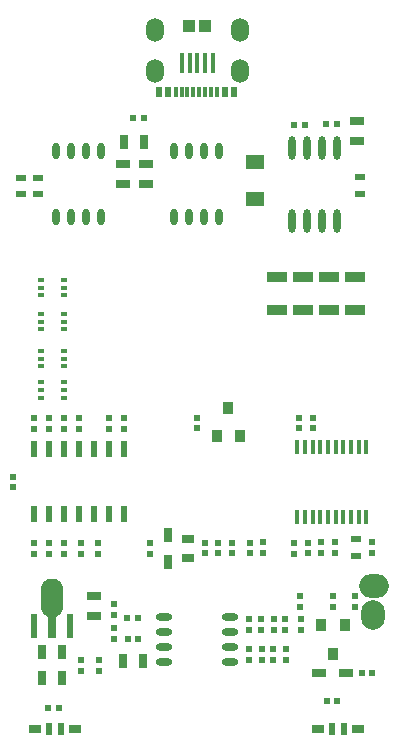
<source format=gtp>
%FSLAX25Y25*%
%MOIN*%
G70*
G01*
G75*
G04 Layer_Color=8421504*
%ADD10C,0.01181*%
%ADD11C,0.00787*%
%ADD12C,0.01969*%
%ADD13C,0.03937*%
%ADD14R,0.03937X0.02756*%
%ADD15R,0.03150X0.05118*%
%ADD16R,0.02362X0.01969*%
%ADD17R,0.01969X0.02362*%
%ADD18R,0.04921X0.02756*%
%ADD19R,0.06693X0.03543*%
%ADD20R,0.06299X0.04921*%
%ADD21R,0.01181X0.03347*%
%ADD22R,0.02362X0.03347*%
%ADD23R,0.01969X0.01575*%
%ADD24R,0.02362X0.05512*%
%ADD25R,0.03150X0.07874*%
%ADD26R,0.02362X0.07874*%
%ADD27O,0.07480X0.12992*%
%ADD28R,0.01575X0.04724*%
%ADD29R,0.03543X0.03937*%
%ADD30O,0.05906X0.07874*%
%ADD31R,0.05906X0.07874*%
%ADD32R,0.04331X0.03937*%
%ADD33R,0.01575X0.06693*%
%ADD34R,0.02756X0.04921*%
%ADD35R,0.03543X0.02362*%
%ADD36O,0.02362X0.07874*%
%ADD37O,0.02362X0.05512*%
%ADD38R,0.05118X0.03150*%
%ADD39R,0.03937X0.02756*%
%ADD40R,0.02362X0.03937*%
%ADD41R,0.01969X0.03937*%
%ADD42O,0.05512X0.02362*%
%ADD43O,0.07874X0.09843*%
%ADD44O,0.09843X0.07874*%
%ADD45C,0.03150*%
%ADD46C,0.07874*%
%ADD47C,0.10000*%
%ADD48C,0.05906*%
%ADD49R,0.15300X0.31300*%
%ADD50R,0.33921X0.10400*%
%ADD51R,0.02874X0.02068*%
%ADD52R,0.11321X0.16200*%
%ADD53R,0.02719X0.08050*%
%ADD54R,0.06858X0.03154*%
%ADD55R,0.16400X0.14144*%
%ADD56R,0.09300X0.06156*%
%ADD57C,0.02559*%
G04:AMPARAMS|DCode=58|XSize=39.37mil|YSize=82.68mil|CornerRadius=17.72mil|HoleSize=0mil|Usage=FLASHONLY|Rotation=180.000|XOffset=0mil|YOffset=0mil|HoleType=Round|Shape=RoundedRectangle|*
%AMROUNDEDRECTD58*
21,1,0.03937,0.04724,0,0,180.0*
21,1,0.00394,0.08268,0,0,180.0*
1,1,0.03543,-0.00197,0.02362*
1,1,0.03543,0.00197,0.02362*
1,1,0.03543,0.00197,-0.02362*
1,1,0.03543,-0.00197,-0.02362*
%
%ADD58ROUNDEDRECTD58*%
G04:AMPARAMS|DCode=59|XSize=39.37mil|YSize=62.99mil|CornerRadius=17.72mil|HoleSize=0mil|Usage=FLASHONLY|Rotation=180.000|XOffset=0mil|YOffset=0mil|HoleType=Round|Shape=RoundedRectangle|*
%AMROUNDEDRECTD59*
21,1,0.03937,0.02756,0,0,180.0*
21,1,0.00394,0.06299,0,0,180.0*
1,1,0.03543,-0.00197,0.01378*
1,1,0.03543,0.00197,0.01378*
1,1,0.03543,0.00197,-0.01378*
1,1,0.03543,-0.00197,-0.01378*
%
%ADD59ROUNDEDRECTD59*%
%ADD60C,0.11811*%
%ADD61C,0.02362*%
%ADD62C,0.11811*%
%ADD63R,0.65400X0.19300*%
%ADD64R,0.65700X0.19200*%
%ADD65R,0.23000X0.09900*%
%ADD66R,0.11700X0.10615*%
%ADD67C,0.00197*%
%ADD68C,0.00394*%
%ADD69C,0.01000*%
%ADD70C,0.00984*%
%ADD71C,0.02362*%
%ADD72C,0.00500*%
%ADD73C,0.00800*%
%ADD74C,0.00591*%
%ADD75C,0.00400*%
D14*
X-2737Y-43862D02*
D03*
X-2737Y-50161D02*
D03*
D15*
X-9449Y-42685D02*
D03*
X-9449Y-51701D02*
D03*
D16*
X-32300Y-84228D02*
D03*
Y-87772D02*
D03*
X18000Y-45128D02*
D03*
Y-48672D02*
D03*
X22300Y-45028D02*
D03*
Y-48572D02*
D03*
X200Y-7072D02*
D03*
Y-3528D02*
D03*
X-27600Y-73544D02*
D03*
Y-77087D02*
D03*
X46300Y-45028D02*
D03*
Y-48572D02*
D03*
X-38500Y-87772D02*
D03*
Y-84228D02*
D03*
X-27600Y-69172D02*
D03*
Y-65628D02*
D03*
X34878Y-74272D02*
D03*
Y-70728D02*
D03*
X58500Y-48572D02*
D03*
Y-45028D02*
D03*
X41647Y-45058D02*
D03*
Y-48601D02*
D03*
X37125Y-48672D02*
D03*
Y-45128D02*
D03*
X32600Y-45228D02*
D03*
Y-48772D02*
D03*
X11830Y-48665D02*
D03*
Y-45122D02*
D03*
X7106Y-48665D02*
D03*
Y-45122D02*
D03*
X2775D02*
D03*
Y-48665D02*
D03*
X-15335Y-45244D02*
D03*
Y-48787D02*
D03*
X-32800Y-45228D02*
D03*
Y-48772D02*
D03*
X-38400Y-45228D02*
D03*
Y-48772D02*
D03*
X-44003Y-48770D02*
D03*
Y-45227D02*
D03*
X-49023Y-48770D02*
D03*
Y-45227D02*
D03*
X-54042D02*
D03*
Y-48770D02*
D03*
X-61100Y-26672D02*
D03*
Y-23128D02*
D03*
X-54239Y-7108D02*
D03*
Y-3565D02*
D03*
X-49023Y-7108D02*
D03*
Y-3565D02*
D03*
X-44200D02*
D03*
Y-7108D02*
D03*
X-39180D02*
D03*
Y-3565D02*
D03*
X-29239D02*
D03*
Y-7108D02*
D03*
X-24219D02*
D03*
Y-3565D02*
D03*
X34100Y-3428D02*
D03*
Y-6972D02*
D03*
X38800Y-3428D02*
D03*
Y-6972D02*
D03*
X17688Y-80655D02*
D03*
Y-84199D02*
D03*
X21724Y-80655D02*
D03*
Y-84199D02*
D03*
X25661Y-80655D02*
D03*
Y-84199D02*
D03*
X29900Y-80728D02*
D03*
Y-84272D02*
D03*
X17688Y-74159D02*
D03*
Y-70616D02*
D03*
X21625Y-74159D02*
D03*
Y-70616D02*
D03*
X25858Y-74159D02*
D03*
Y-70616D02*
D03*
X29696Y-74159D02*
D03*
Y-70616D02*
D03*
X34700Y-66472D02*
D03*
Y-62928D02*
D03*
X45500Y-66472D02*
D03*
Y-62928D02*
D03*
X53000D02*
D03*
Y-66472D02*
D03*
D17*
X-19328Y-77200D02*
D03*
X-22872D02*
D03*
X-19528Y-70400D02*
D03*
X-23072D02*
D03*
X36172Y94100D02*
D03*
X32628D02*
D03*
X46872Y94300D02*
D03*
X43328D02*
D03*
X-21072Y96500D02*
D03*
X-17528D02*
D03*
X55128Y-88500D02*
D03*
X58672D02*
D03*
X-45928Y-100176D02*
D03*
X-49472D02*
D03*
X47003Y-97900D02*
D03*
X43460D02*
D03*
D18*
X-34200Y-62753D02*
D03*
Y-69446D02*
D03*
X-24606Y74410D02*
D03*
Y81102D02*
D03*
X53400Y95547D02*
D03*
Y88854D02*
D03*
X-16732Y74410D02*
D03*
Y81102D02*
D03*
D19*
X53031Y43303D02*
D03*
Y32280D02*
D03*
X44371Y43301D02*
D03*
Y32277D02*
D03*
X35712Y43279D02*
D03*
Y32255D02*
D03*
X27048Y43279D02*
D03*
Y32255D02*
D03*
D20*
X19400Y81899D02*
D03*
Y69301D02*
D03*
D21*
X984Y104964D02*
D03*
X-6890D02*
D03*
X-4921D02*
D03*
X-2953D02*
D03*
X-984D02*
D03*
X2953D02*
D03*
X4921D02*
D03*
X6890D02*
D03*
D22*
X12598D02*
D03*
X9449D02*
D03*
X-12598D02*
D03*
X-9449D02*
D03*
D23*
X-51703Y25941D02*
D03*
Y28500D02*
D03*
Y31059D02*
D03*
X-44223D02*
D03*
Y28500D02*
D03*
Y25941D02*
D03*
X-51703Y37341D02*
D03*
Y39900D02*
D03*
Y42459D02*
D03*
X-44223D02*
D03*
Y39900D02*
D03*
Y37341D02*
D03*
X-51703Y3141D02*
D03*
Y5700D02*
D03*
Y8259D02*
D03*
X-44223D02*
D03*
Y5700D02*
D03*
Y3141D02*
D03*
X-51703Y13641D02*
D03*
Y16200D02*
D03*
Y18759D02*
D03*
X-44223D02*
D03*
Y16200D02*
D03*
Y13641D02*
D03*
D24*
X-54121Y-35455D02*
D03*
X-49121D02*
D03*
X-44121D02*
D03*
X-39121D02*
D03*
X-34121D02*
D03*
X-29121D02*
D03*
X-24121D02*
D03*
X-29121Y-13998D02*
D03*
X-34121D02*
D03*
X-39121D02*
D03*
X-44121D02*
D03*
X-49121D02*
D03*
X-54121D02*
D03*
X-24121D02*
D03*
D25*
X-48100Y-72924D02*
D03*
D26*
X-42195D02*
D03*
X-54005D02*
D03*
D27*
X-48100Y-63476D02*
D03*
D28*
X33624Y-36712D02*
D03*
X36183D02*
D03*
X38742D02*
D03*
X41301D02*
D03*
X43860D02*
D03*
X46419D02*
D03*
X48978D02*
D03*
X51537D02*
D03*
X54096D02*
D03*
X56655D02*
D03*
Y-13090D02*
D03*
X54096D02*
D03*
X51537D02*
D03*
X48978D02*
D03*
X46419D02*
D03*
X43860D02*
D03*
X41301D02*
D03*
X38742D02*
D03*
X36183D02*
D03*
X33624D02*
D03*
D29*
X10700Y-176D02*
D03*
X14637Y-9624D02*
D03*
X6763D02*
D03*
X49437Y-72676D02*
D03*
X41563D02*
D03*
X45500Y-82124D02*
D03*
D30*
X-13873Y125867D02*
D03*
X14473Y112206D02*
D03*
Y125867D02*
D03*
X-13873Y112206D02*
D03*
D32*
X-2456Y127206D02*
D03*
X3056D02*
D03*
D33*
X-4818Y114607D02*
D03*
X-2259D02*
D03*
X300D02*
D03*
X2859D02*
D03*
X5418D02*
D03*
D34*
X-51346Y-90100D02*
D03*
X-44653D02*
D03*
X-44729Y-81700D02*
D03*
X-51422D02*
D03*
X-24016Y88583D02*
D03*
X-17323D02*
D03*
X-24446Y-84450D02*
D03*
X-17753D02*
D03*
D35*
X53100Y-44044D02*
D03*
Y-49556D02*
D03*
X54500Y76656D02*
D03*
Y71144D02*
D03*
X-52700Y76556D02*
D03*
Y71044D02*
D03*
X-58600D02*
D03*
Y76556D02*
D03*
D36*
X41870Y86567D02*
D03*
Y62157D02*
D03*
X31870D02*
D03*
X36870Y86567D02*
D03*
X46870D02*
D03*
X36870Y62157D02*
D03*
X46870D02*
D03*
X31870Y86567D02*
D03*
D37*
X-7500Y63339D02*
D03*
X-2500D02*
D03*
X-7500Y85386D02*
D03*
X7500Y63339D02*
D03*
Y85386D02*
D03*
X-2500D02*
D03*
X2500Y63339D02*
D03*
Y85386D02*
D03*
X-46870Y63339D02*
D03*
X-41870D02*
D03*
X-46870Y85386D02*
D03*
X-31870Y63339D02*
D03*
Y85386D02*
D03*
X-41870D02*
D03*
X-36870Y63339D02*
D03*
Y85386D02*
D03*
D38*
X50028Y-88600D02*
D03*
X41012D02*
D03*
D39*
X40507Y-107300D02*
D03*
X53893D02*
D03*
X-53937Y-107100D02*
D03*
X-40551D02*
D03*
D40*
X45232Y-107300D02*
D03*
X-49213Y-107100D02*
D03*
D41*
X49169Y-107300D02*
D03*
X-45276Y-107100D02*
D03*
D42*
X11389Y-79907D02*
D03*
X-10658Y-79907D02*
D03*
Y-69907D02*
D03*
X11389Y-74907D02*
D03*
Y-84907D02*
D03*
X-10658Y-74907D02*
D03*
Y-84907D02*
D03*
X11389Y-69907D02*
D03*
D43*
X59000Y-69400D02*
D03*
D44*
X59200Y-59739D02*
D03*
M02*

</source>
